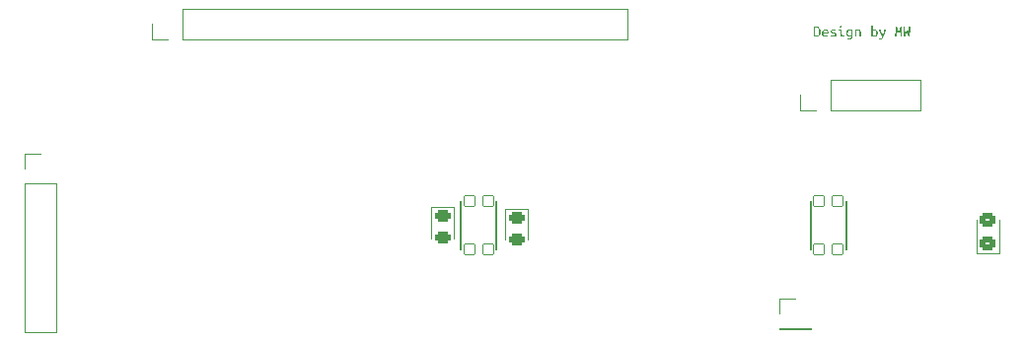
<source format=gto>
G04 #@! TF.GenerationSoftware,KiCad,Pcbnew,8.0.1*
G04 #@! TF.CreationDate,2024-04-21T21:17:43-05:00*
G04 #@! TF.ProjectId,uC_test_PCB,75435f74-6573-4745-9f50-43422e6b6963,rev?*
G04 #@! TF.SameCoordinates,Original*
G04 #@! TF.FileFunction,Legend,Top*
G04 #@! TF.FilePolarity,Positive*
%FSLAX46Y46*%
G04 Gerber Fmt 4.6, Leading zero omitted, Abs format (unit mm)*
G04 Created by KiCad (PCBNEW 8.0.1) date 2024-04-21 21:17:43*
%MOMM*%
%LPD*%
G01*
G04 APERTURE LIST*
G04 Aperture macros list*
%AMRoundRect*
0 Rectangle with rounded corners*
0 $1 Rounding radius*
0 $2 $3 $4 $5 $6 $7 $8 $9 X,Y pos of 4 corners*
0 Add a 4 corners polygon primitive as box body*
4,1,4,$2,$3,$4,$5,$6,$7,$8,$9,$2,$3,0*
0 Add four circle primitives for the rounded corners*
1,1,$1+$1,$2,$3*
1,1,$1+$1,$4,$5*
1,1,$1+$1,$6,$7*
1,1,$1+$1,$8,$9*
0 Add four rect primitives between the rounded corners*
20,1,$1+$1,$2,$3,$4,$5,0*
20,1,$1+$1,$4,$5,$6,$7,0*
20,1,$1+$1,$6,$7,$8,$9,0*
20,1,$1+$1,$8,$9,$2,$3,0*%
G04 Aperture macros list end*
%ADD10C,0.100000*%
%ADD11C,0.120000*%
%ADD12C,0.203200*%
%ADD13C,1.701800*%
%ADD14C,3.000000*%
%ADD15C,5.000000*%
%ADD16C,0.990600*%
%ADD17RoundRect,0.243750X-0.456250X0.243750X-0.456250X-0.243750X0.456250X-0.243750X0.456250X0.243750X0*%
%ADD18R,1.700000X1.700000*%
%ADD19O,1.700000X1.700000*%
%ADD20RoundRect,0.250000X0.450000X-0.325000X0.450000X0.325000X-0.450000X0.325000X-0.450000X-0.325000X0*%
%ADD21RoundRect,0.050800X-0.450000X0.450000X-0.450000X-0.450000X0.450000X-0.450000X0.450000X0.450000X0*%
G04 APERTURE END LIST*
D10*
G36*
X172007439Y-100556947D02*
G01*
X172056679Y-100563888D01*
X172108087Y-100576867D01*
X172112618Y-100578325D01*
X172160151Y-100597937D01*
X172203010Y-100624533D01*
X172237914Y-100654773D01*
X172271529Y-100694650D01*
X172297480Y-100737164D01*
X172319042Y-100785640D01*
X172320957Y-100790816D01*
X172335597Y-100840428D01*
X172344588Y-100889165D01*
X172349794Y-100942269D01*
X172351243Y-100992316D01*
X172349794Y-101042851D01*
X172344588Y-101096397D01*
X172335597Y-101145456D01*
X172320957Y-101195282D01*
X172299834Y-101244307D01*
X172274322Y-101287274D01*
X172241190Y-101327540D01*
X172237914Y-101330837D01*
X172199307Y-101363255D01*
X172156023Y-101388978D01*
X172112618Y-101406552D01*
X172061471Y-101419902D01*
X172012470Y-101427229D01*
X171961084Y-101429977D01*
X171955814Y-101430000D01*
X171906651Y-101428357D01*
X171857256Y-101423431D01*
X171807630Y-101415220D01*
X171779959Y-101409239D01*
X171779959Y-101332058D01*
X171895242Y-101332058D01*
X171944294Y-101335805D01*
X171967049Y-101336210D01*
X172016149Y-101333066D01*
X172063887Y-101322648D01*
X172079645Y-101317159D01*
X172125074Y-101292491D01*
X172162688Y-101256587D01*
X172190905Y-101212402D01*
X172209891Y-101165599D01*
X172214711Y-101149609D01*
X172225141Y-101101380D01*
X172230865Y-101052226D01*
X172233012Y-100998015D01*
X172233030Y-100992316D01*
X172231360Y-100939135D01*
X172224949Y-100881410D01*
X172213729Y-100830331D01*
X172194561Y-100779138D01*
X172168849Y-100736992D01*
X172164642Y-100731709D01*
X172126479Y-100695271D01*
X172080133Y-100669244D01*
X172032870Y-100655011D01*
X171979341Y-100648748D01*
X171962897Y-100648422D01*
X171926993Y-100649155D01*
X171895242Y-100652575D01*
X171895242Y-101332058D01*
X171779959Y-101332058D01*
X171779959Y-100575394D01*
X171829714Y-100565358D01*
X171879238Y-100558607D01*
X171928530Y-100555140D01*
X171955814Y-100554633D01*
X172007439Y-100556947D01*
G37*
G36*
X172822844Y-100777273D02*
G01*
X172871993Y-100788668D01*
X172921093Y-100810994D01*
X172962653Y-100843241D01*
X172971864Y-100852854D01*
X173003280Y-100897672D01*
X173023406Y-100945303D01*
X173036659Y-101000788D01*
X173042550Y-101054598D01*
X173043672Y-101093677D01*
X173043672Y-101133000D01*
X172576435Y-101133000D01*
X172584573Y-101185267D01*
X172603359Y-101234459D01*
X172632401Y-101274301D01*
X172643113Y-101284431D01*
X172685259Y-101311736D01*
X172736899Y-101328929D01*
X172791491Y-101335755D01*
X172811397Y-101336210D01*
X172861960Y-101334340D01*
X172911159Y-101327624D01*
X172916665Y-101326441D01*
X172965001Y-101312666D01*
X172983099Y-101304947D01*
X172998487Y-101396050D01*
X172950754Y-101411778D01*
X172922527Y-101418276D01*
X172871777Y-101426290D01*
X172819880Y-101429713D01*
X172798696Y-101430000D01*
X172747987Y-101427567D01*
X172696725Y-101419270D01*
X172650196Y-101405087D01*
X172605259Y-101383677D01*
X172563477Y-101354747D01*
X172543951Y-101336699D01*
X172511166Y-101295646D01*
X172487839Y-101251749D01*
X172480692Y-101233384D01*
X172467092Y-101182913D01*
X172460692Y-101133391D01*
X172459687Y-101103203D01*
X172462287Y-101052966D01*
X172464708Y-101039211D01*
X172579366Y-101039211D01*
X172925458Y-101039211D01*
X172920292Y-100988563D01*
X172902872Y-100942264D01*
X172881739Y-100913670D01*
X172841739Y-100883624D01*
X172792388Y-100868895D01*
X172766456Y-100867264D01*
X172716182Y-100873680D01*
X172692450Y-100882163D01*
X172649720Y-100908150D01*
X172635542Y-100920997D01*
X172605133Y-100961114D01*
X172597440Y-100976196D01*
X172582053Y-101023183D01*
X172579366Y-101039211D01*
X172464708Y-101039211D01*
X172471152Y-101002609D01*
X172486309Y-100957390D01*
X172508795Y-100913735D01*
X172538426Y-100873342D01*
X172556651Y-100854563D01*
X172597056Y-100822967D01*
X172641762Y-100799132D01*
X172655325Y-100793747D01*
X172703925Y-100779889D01*
X172753553Y-100773791D01*
X172767921Y-100773475D01*
X172822844Y-100777273D01*
G37*
G36*
X173596882Y-101258785D02*
G01*
X173579291Y-101213192D01*
X173568061Y-101203098D01*
X173524133Y-101176881D01*
X173496254Y-101164996D01*
X173448443Y-101147885D01*
X173402709Y-101133244D01*
X173354043Y-101115781D01*
X173309163Y-101094654D01*
X173267488Y-101067227D01*
X173237356Y-101037990D01*
X173214052Y-100993657D01*
X173208535Y-100950307D01*
X173216097Y-100901225D01*
X173241594Y-100854462D01*
X173272527Y-100824033D01*
X173319606Y-100797371D01*
X173367470Y-100783152D01*
X173416789Y-100775894D01*
X173473050Y-100773475D01*
X173523948Y-100775085D01*
X173572808Y-100779493D01*
X173583448Y-100780802D01*
X173633258Y-100788691D01*
X173681145Y-100800097D01*
X173660140Y-100898527D01*
X173629122Y-100887536D01*
X173583937Y-100877034D01*
X173535331Y-100870428D01*
X173529959Y-100869951D01*
X173479527Y-100867288D01*
X173474516Y-100867264D01*
X173422887Y-100870080D01*
X173370665Y-100882598D01*
X173329866Y-100916160D01*
X173322597Y-100947376D01*
X173346267Y-100991949D01*
X173351418Y-100995736D01*
X173395556Y-101020014D01*
X173423713Y-101031639D01*
X173472095Y-101049164D01*
X173517991Y-101064856D01*
X173564008Y-101082320D01*
X173609545Y-101104614D01*
X173612269Y-101106133D01*
X173654516Y-101134720D01*
X173684809Y-101164752D01*
X173708113Y-101209291D01*
X173713630Y-101251946D01*
X173706880Y-101301325D01*
X173683862Y-101346990D01*
X173644509Y-101383593D01*
X173599429Y-101406026D01*
X173548718Y-101419803D01*
X173496131Y-101427099D01*
X173444955Y-101429818D01*
X173426644Y-101430000D01*
X173377483Y-101428523D01*
X173327790Y-101423589D01*
X173302569Y-101419497D01*
X173254490Y-101408297D01*
X173205364Y-101391836D01*
X173195835Y-101387990D01*
X173218305Y-101289316D01*
X173265578Y-101306818D01*
X173314891Y-101321315D01*
X173321620Y-101323021D01*
X173370560Y-101332037D01*
X173422492Y-101336004D01*
X173437879Y-101336210D01*
X173491915Y-101333488D01*
X173540827Y-101323432D01*
X173584304Y-101296212D01*
X173596882Y-101258785D01*
G37*
G36*
X174096602Y-100679685D02*
G01*
X174048985Y-100666689D01*
X174033099Y-100654528D01*
X174009077Y-100611279D01*
X174006477Y-100585896D01*
X174017942Y-100536724D01*
X174033099Y-100517264D01*
X174076767Y-100494097D01*
X174096602Y-100492107D01*
X174144840Y-100505103D01*
X174160350Y-100517264D01*
X174183932Y-100560513D01*
X174186484Y-100585896D01*
X174175229Y-100635068D01*
X174160350Y-100654528D01*
X174116951Y-100677696D01*
X174096602Y-100679685D01*
G37*
G36*
X174067049Y-100867264D02*
G01*
X173878494Y-100867264D01*
X173878494Y-100773475D01*
X174182332Y-100773475D01*
X174182332Y-101173545D01*
X174184438Y-101222907D01*
X174193797Y-101273036D01*
X174208954Y-101303237D01*
X174250244Y-101330768D01*
X174289310Y-101336210D01*
X174340110Y-101332003D01*
X174364537Y-101326441D01*
X174410825Y-101309200D01*
X174418759Y-101304947D01*
X174435612Y-101396050D01*
X174411676Y-101405819D01*
X174375772Y-101417055D01*
X174330831Y-101426092D01*
X174281202Y-101429996D01*
X174279540Y-101430000D01*
X174229325Y-101426821D01*
X174179284Y-101414413D01*
X174176714Y-101413391D01*
X174133961Y-101387813D01*
X174111257Y-101363565D01*
X174087333Y-101318319D01*
X174076819Y-101281011D01*
X174069806Y-101231323D01*
X174067135Y-101178750D01*
X174067049Y-101166706D01*
X174067049Y-100867264D01*
G37*
G36*
X174911118Y-100774620D02*
G01*
X174960916Y-100778524D01*
X175004942Y-100785198D01*
X175053655Y-100795363D01*
X175103002Y-100807455D01*
X175105570Y-100808157D01*
X175105570Y-101381884D01*
X175102873Y-101435018D01*
X175092912Y-101489628D01*
X175075612Y-101536291D01*
X175046852Y-101579888D01*
X175028877Y-101597794D01*
X174985662Y-101626966D01*
X174939859Y-101645654D01*
X174886599Y-101657961D01*
X174835013Y-101663431D01*
X174797579Y-101664473D01*
X174748116Y-101662981D01*
X174699176Y-101658039D01*
X174682785Y-101655436D01*
X174634486Y-101645422D01*
X174592171Y-101633454D01*
X174613176Y-101539420D01*
X174660384Y-101553940D01*
X174696951Y-101561891D01*
X174746349Y-101568485D01*
X174796764Y-101570675D01*
X174800266Y-101570683D01*
X174852703Y-101567186D01*
X174900225Y-101555098D01*
X174942328Y-101529195D01*
X174945102Y-101526475D01*
X174973409Y-101481846D01*
X174986089Y-101430167D01*
X174988822Y-101384570D01*
X174988822Y-101362100D01*
X174942807Y-101381325D01*
X174928249Y-101386036D01*
X174878344Y-101396305D01*
X174833972Y-101398736D01*
X174784985Y-101395230D01*
X174735715Y-101383692D01*
X174726260Y-101380418D01*
X174682286Y-101358884D01*
X174641414Y-101326804D01*
X174639066Y-101324487D01*
X174607589Y-101284770D01*
X174584214Y-101239663D01*
X174579959Y-101228988D01*
X174565885Y-101178250D01*
X174559262Y-101125190D01*
X174558274Y-101093189D01*
X174677900Y-101093189D01*
X174680798Y-101142136D01*
X174691090Y-101189176D01*
X174711698Y-101233712D01*
X174727726Y-101255122D01*
X174766194Y-101286125D01*
X174780482Y-101292979D01*
X174829343Y-101304374D01*
X174843986Y-101304947D01*
X174893890Y-101300556D01*
X174926051Y-101292491D01*
X174972407Y-101273065D01*
X174988822Y-101262937D01*
X174988822Y-100882651D01*
X174942415Y-100872149D01*
X174891851Y-100867741D01*
X174862304Y-100867264D01*
X174810173Y-100873298D01*
X174762527Y-100893876D01*
X174725039Y-100929057D01*
X174700181Y-100971533D01*
X174684529Y-101022022D01*
X174678315Y-101074315D01*
X174677900Y-101093189D01*
X174558274Y-101093189D01*
X174558221Y-101091479D01*
X174561072Y-101040921D01*
X174570595Y-100989870D01*
X174578494Y-100963984D01*
X174599905Y-100916159D01*
X174628235Y-100874412D01*
X174637600Y-100863600D01*
X174674900Y-100830134D01*
X174718838Y-100803681D01*
X174732611Y-100797411D01*
X174780992Y-100781913D01*
X174830159Y-100774620D01*
X174860838Y-100773475D01*
X174911118Y-100774620D01*
G37*
G36*
X175301452Y-100805226D02*
G01*
X175352729Y-100794051D01*
X175403764Y-100785134D01*
X175427237Y-100781779D01*
X175476908Y-100776402D01*
X175527424Y-100773677D01*
X175544718Y-100773475D01*
X175598919Y-100776654D01*
X175646973Y-100786191D01*
X175694364Y-100804875D01*
X175738081Y-100835822D01*
X175742311Y-100839909D01*
X175774661Y-100883654D01*
X175794529Y-100933242D01*
X175805051Y-100984897D01*
X175808972Y-101035313D01*
X175809233Y-101053377D01*
X175809233Y-101430000D01*
X175693951Y-101430000D01*
X175693951Y-101069253D01*
X175691800Y-101018650D01*
X175683407Y-100969396D01*
X175682715Y-100966915D01*
X175662880Y-100921158D01*
X175650964Y-100905854D01*
X175608943Y-100878098D01*
X175601871Y-100875812D01*
X175551652Y-100867565D01*
X175539101Y-100867264D01*
X175489094Y-100869872D01*
X175479261Y-100870928D01*
X175429352Y-100877935D01*
X175418200Y-100879965D01*
X175418200Y-101430000D01*
X175301452Y-101430000D01*
X175301452Y-100805226D01*
G37*
G36*
X176817224Y-100812798D02*
G01*
X176863933Y-100791837D01*
X176878284Y-100786908D01*
X176926404Y-100776046D01*
X176967677Y-100773475D01*
X177019118Y-100777506D01*
X177069287Y-100790863D01*
X177085891Y-100797899D01*
X177128446Y-100822703D01*
X177166986Y-100857372D01*
X177173818Y-100865310D01*
X177202008Y-100906363D01*
X177223747Y-100953867D01*
X177228773Y-100968625D01*
X177241107Y-101019579D01*
X177246912Y-101070407D01*
X177247824Y-101101737D01*
X177245168Y-101152031D01*
X177236215Y-101202881D01*
X177225353Y-101238269D01*
X177204073Y-101284659D01*
X177174394Y-101327856D01*
X177162094Y-101341584D01*
X177123132Y-101375030D01*
X177077625Y-101400996D01*
X177063420Y-101407041D01*
X177014491Y-101421906D01*
X176965604Y-101428901D01*
X176935437Y-101430000D01*
X176884199Y-101428701D01*
X176832845Y-101424322D01*
X176797440Y-101419009D01*
X176749188Y-101409392D01*
X176700475Y-101397027D01*
X176700475Y-101322533D01*
X176817224Y-101322533D01*
X176865477Y-101332120D01*
X176870468Y-101332791D01*
X176919772Y-101336207D01*
X176921271Y-101336210D01*
X176972589Y-101331573D01*
X177021724Y-101315545D01*
X177062558Y-101288068D01*
X177073190Y-101277592D01*
X177102170Y-101235231D01*
X177119075Y-101187318D01*
X177126803Y-101136942D01*
X177128145Y-101101737D01*
X177125318Y-101050780D01*
X177118131Y-101008681D01*
X177102568Y-100961445D01*
X177087356Y-100934187D01*
X177052702Y-100897770D01*
X177033134Y-100885338D01*
X176986671Y-100869806D01*
X176953755Y-100867264D01*
X176903819Y-100873656D01*
X176874865Y-100883628D01*
X176831353Y-100906832D01*
X176817224Y-100918066D01*
X176817224Y-101322533D01*
X176700475Y-101322533D01*
X176700475Y-100480628D01*
X176817224Y-100460844D01*
X176817224Y-100812798D01*
G37*
G36*
X177371655Y-101555296D02*
G01*
X177407558Y-101566531D01*
X177450545Y-101570683D01*
X177501667Y-101565483D01*
X177548132Y-101546561D01*
X177558256Y-101539176D01*
X177593093Y-101500837D01*
X177619031Y-101457491D01*
X177629331Y-101436106D01*
X177604916Y-101388863D01*
X177580979Y-101340560D01*
X177557518Y-101291195D01*
X177534534Y-101240769D01*
X177512028Y-101189281D01*
X177489998Y-101136732D01*
X177481320Y-101115415D01*
X177460380Y-101061858D01*
X177440609Y-101008349D01*
X177422007Y-100954887D01*
X177404574Y-100901473D01*
X177388310Y-100848107D01*
X177373214Y-100794789D01*
X177367503Y-100773475D01*
X177494265Y-100773475D01*
X177506541Y-100820848D01*
X177520348Y-100871284D01*
X177527237Y-100895596D01*
X177542213Y-100945204D01*
X177558562Y-100995843D01*
X177570224Y-101030174D01*
X177587084Y-101077781D01*
X177604752Y-101125561D01*
X177621515Y-101169148D01*
X177640755Y-101216283D01*
X177660860Y-101261975D01*
X177679889Y-101302260D01*
X177696364Y-101253774D01*
X177712084Y-101205769D01*
X177722143Y-101174033D01*
X177736569Y-101126303D01*
X177750170Y-101078366D01*
X177758780Y-101046294D01*
X177771419Y-100997739D01*
X177784059Y-100948429D01*
X177792485Y-100915136D01*
X177805331Y-100863845D01*
X177817468Y-100814897D01*
X177827656Y-100773475D01*
X177948556Y-100773475D01*
X177934250Y-100830451D01*
X177919419Y-100886890D01*
X177904063Y-100942793D01*
X177888183Y-100998159D01*
X177871777Y-101052988D01*
X177854847Y-101107281D01*
X177847928Y-101128848D01*
X177830412Y-101181961D01*
X177812513Y-101233834D01*
X177794233Y-101284467D01*
X177775571Y-101333859D01*
X177756528Y-101382012D01*
X177737103Y-101428923D01*
X177729226Y-101447341D01*
X177707581Y-101493716D01*
X177682834Y-101536764D01*
X177677691Y-101544549D01*
X177647179Y-101584080D01*
X177617852Y-101612205D01*
X177576553Y-101639115D01*
X177544823Y-101651772D01*
X177495381Y-101662042D01*
X177452011Y-101664473D01*
X177403195Y-101659604D01*
X177393392Y-101657634D01*
X177350650Y-101645666D01*
X177371655Y-101555296D01*
G37*
G36*
X179052290Y-100995003D02*
G01*
X179187356Y-100554633D01*
X179295556Y-100554633D01*
X179302326Y-100606386D01*
X179308592Y-100658452D01*
X179314355Y-100710830D01*
X179319614Y-100763522D01*
X179324369Y-100816526D01*
X179328620Y-100869844D01*
X179332368Y-100923474D01*
X179335612Y-100977418D01*
X179338626Y-101031826D01*
X179341565Y-101086854D01*
X179344427Y-101142499D01*
X179347213Y-101198763D01*
X179349923Y-101255644D01*
X179352556Y-101313145D01*
X179355113Y-101371263D01*
X179357593Y-101430000D01*
X179244997Y-101430000D01*
X179244081Y-101380979D01*
X179243166Y-101329478D01*
X179242250Y-101275497D01*
X179242066Y-101264403D01*
X179241302Y-101213812D01*
X179240384Y-101162333D01*
X179239310Y-101109965D01*
X179238647Y-101080488D01*
X179237529Y-101026832D01*
X179236372Y-100972751D01*
X179235176Y-100918245D01*
X179234495Y-100887780D01*
X179233220Y-100833270D01*
X179231867Y-100779649D01*
X179230438Y-100726916D01*
X179229610Y-100698004D01*
X179102848Y-101101737D01*
X179001487Y-101101737D01*
X178872039Y-100698004D01*
X178871156Y-100750185D01*
X178870158Y-100803139D01*
X178869044Y-100856866D01*
X178868375Y-100887048D01*
X178867257Y-100941494D01*
X178866099Y-100995746D01*
X178864904Y-101049806D01*
X178864223Y-101079755D01*
X178863104Y-101132971D01*
X178861947Y-101185182D01*
X178860752Y-101236389D01*
X178860071Y-101264403D01*
X178859010Y-101313544D01*
X178857923Y-101365789D01*
X178856930Y-101415554D01*
X178856651Y-101430000D01*
X178744055Y-101430000D01*
X178746223Y-101375915D01*
X178748574Y-101321128D01*
X178751108Y-101265639D01*
X178753475Y-101216511D01*
X178753825Y-101209448D01*
X178756388Y-101160044D01*
X178759161Y-101110780D01*
X178762145Y-101061656D01*
X178765339Y-101012672D01*
X178767258Y-100984745D01*
X178770806Y-100935945D01*
X178775176Y-100880517D01*
X178779882Y-100825456D01*
X178784923Y-100770760D01*
X178785577Y-100763949D01*
X178790965Y-100710017D01*
X178796629Y-100657154D01*
X178802567Y-100605359D01*
X178808780Y-100554633D01*
X178915758Y-100554633D01*
X179052290Y-100995003D01*
G37*
G36*
X179613804Y-101430000D02*
G01*
X179505605Y-101430000D01*
X179498731Y-101380111D01*
X179492398Y-101327440D01*
X179487223Y-101278287D01*
X179483623Y-101239979D01*
X179479181Y-101187390D01*
X179474891Y-101133672D01*
X179470754Y-101078824D01*
X179467260Y-101029906D01*
X179466770Y-101022847D01*
X179463456Y-100973008D01*
X179460352Y-100922656D01*
X179457458Y-100871789D01*
X179454775Y-100820408D01*
X179453337Y-100790816D01*
X179450949Y-100738942D01*
X179448702Y-100687185D01*
X179446595Y-100635545D01*
X179444628Y-100584022D01*
X179443567Y-100554633D01*
X179556163Y-100554633D01*
X179571550Y-101286385D01*
X179698312Y-100882896D01*
X179799673Y-100882896D01*
X179929122Y-101286385D01*
X179944509Y-100554633D01*
X180057105Y-100554633D01*
X180055183Y-100606577D01*
X180053051Y-100658544D01*
X180050709Y-100710535D01*
X180048156Y-100762549D01*
X180046602Y-100792281D01*
X180043719Y-100843921D01*
X180040625Y-100894977D01*
X180037321Y-100945448D01*
X180033806Y-100995335D01*
X180031704Y-101023579D01*
X180027989Y-101072301D01*
X180023543Y-101126923D01*
X180018883Y-101180416D01*
X180014010Y-101232780D01*
X180013385Y-101239246D01*
X180008409Y-101289819D01*
X180003249Y-101338469D01*
X179997226Y-101390902D01*
X179992381Y-101430000D01*
X179885402Y-101430000D01*
X179748870Y-100989874D01*
X179613804Y-101430000D01*
G37*
D11*
X138965531Y-116044768D02*
X138965531Y-118729768D01*
X140885531Y-116044768D02*
X138965531Y-116044768D01*
X140885531Y-118729768D02*
X140885531Y-116044768D01*
X145290131Y-116199468D02*
X145290131Y-118884468D01*
X147210131Y-116199468D02*
X145290131Y-116199468D01*
X147210131Y-118884468D02*
X147210131Y-116199468D01*
X104080000Y-111446000D02*
X105410000Y-111446000D01*
X104080000Y-112776000D02*
X104080000Y-111446000D01*
X104080000Y-114046000D02*
X104080000Y-126806000D01*
X104080000Y-114046000D02*
X106740000Y-114046000D01*
X104080000Y-126806000D02*
X106740000Y-126806000D01*
X106740000Y-114046000D02*
X106740000Y-126806000D01*
X170628000Y-107756000D02*
X170628000Y-106426000D01*
X171958000Y-107756000D02*
X170628000Y-107756000D01*
X173228000Y-105096000D02*
X180908000Y-105096000D01*
X173228000Y-107756000D02*
X173228000Y-105096000D01*
X173228000Y-107756000D02*
X180908000Y-107756000D01*
X180908000Y-107756000D02*
X180908000Y-105096000D01*
X185752331Y-117163868D02*
X185752331Y-120023868D01*
X185752331Y-120023868D02*
X187672331Y-120023868D01*
X187672331Y-120023868D02*
X187672331Y-117163868D01*
X168850000Y-123892000D02*
X170180000Y-123892000D01*
X168850000Y-125222000D02*
X168850000Y-123892000D01*
X168850000Y-126492000D02*
X168850000Y-126552000D01*
X168850000Y-126492000D02*
X171510000Y-126492000D01*
X168850000Y-126552000D02*
X171510000Y-126552000D01*
X171510000Y-126492000D02*
X171510000Y-126552000D01*
D12*
X171496331Y-119730468D02*
X171496331Y-115530468D01*
X174547131Y-115530468D02*
X174547131Y-119730468D01*
D11*
X115002000Y-101660000D02*
X115002000Y-100330000D01*
X116332000Y-101660000D02*
X115002000Y-101660000D01*
X117602000Y-99000000D02*
X155762000Y-99000000D01*
X117602000Y-101660000D02*
X117602000Y-99000000D01*
X117602000Y-101660000D02*
X155762000Y-101660000D01*
X155762000Y-101660000D02*
X155762000Y-99000000D01*
D12*
X141498931Y-119730468D02*
X141498931Y-115530468D01*
X144549731Y-115530468D02*
X144549731Y-119730468D01*
%LPC*%
D13*
X165726481Y-118316268D03*
X165306481Y-118316268D03*
D14*
X165226481Y-114566268D03*
X165226481Y-114516268D03*
X164626481Y-113616268D03*
X162766481Y-113236268D03*
D15*
X160226481Y-118316268D03*
D14*
X160226481Y-112416268D03*
X157626481Y-112566268D03*
X156416481Y-115776268D03*
D13*
X155146481Y-118316268D03*
D16*
X155006481Y-122516268D03*
D13*
X154726481Y-118316268D03*
D17*
X139925531Y-116792268D03*
X139925531Y-118667268D03*
X146250131Y-116946968D03*
X146250131Y-118821968D03*
D18*
X105410000Y-112776000D03*
D19*
X105410000Y-115316000D03*
X105410000Y-117856000D03*
X105410000Y-120396000D03*
X105410000Y-122936000D03*
X105410000Y-125476000D03*
D18*
X171958000Y-106426000D03*
D19*
X174498000Y-106426000D03*
X177038000Y-106426000D03*
X179578000Y-106426000D03*
D20*
X186712331Y-119188868D03*
X186712331Y-117138868D03*
D18*
X170180000Y-125222000D03*
D21*
X173821731Y-119680468D03*
X173821731Y-115580468D03*
X172221731Y-119680468D03*
X172221731Y-115580468D03*
D18*
X116332000Y-100330000D03*
D19*
X118872000Y-100330000D03*
X121412000Y-100330000D03*
X123952000Y-100330000D03*
X126492000Y-100330000D03*
X129032000Y-100330000D03*
X131572000Y-100330000D03*
X134112000Y-100330000D03*
X136652000Y-100330000D03*
X139192000Y-100330000D03*
X141732000Y-100330000D03*
X144272000Y-100330000D03*
X146812000Y-100330000D03*
X149352000Y-100330000D03*
X151892000Y-100330000D03*
X154432000Y-100330000D03*
D21*
X143824331Y-119680468D03*
X143824331Y-115580468D03*
X142224331Y-119680468D03*
X142224331Y-115580468D03*
%LPD*%
M02*

</source>
